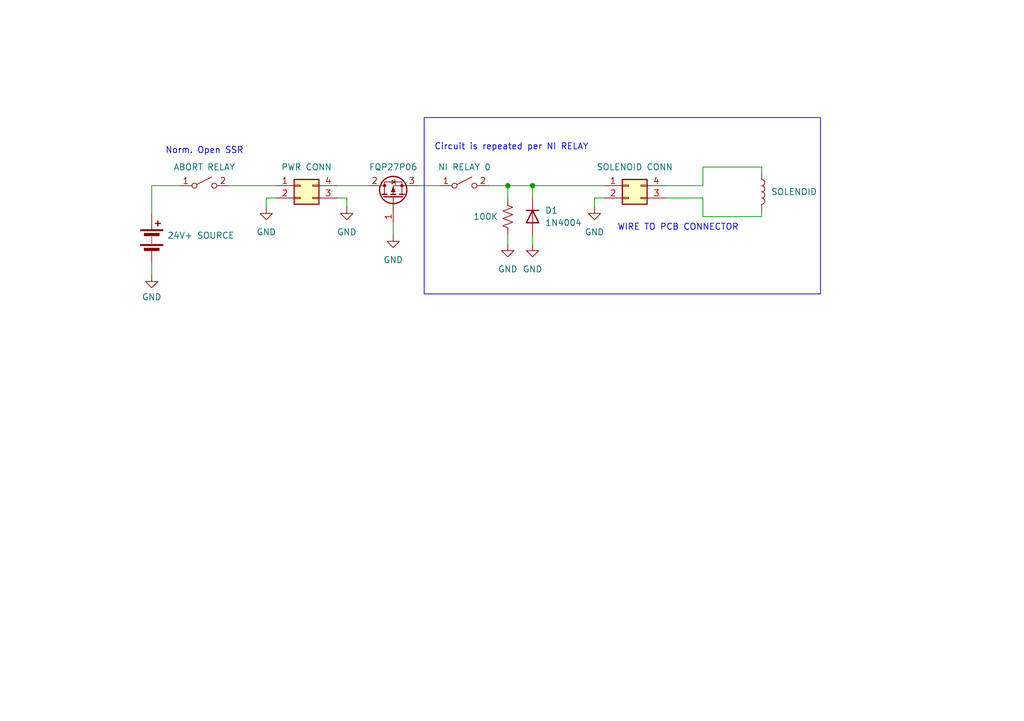
<source format=kicad_sch>
(kicad_sch (version 20250114) (generator "eeschema") (generator_version "9.0")
  (paper "A5")
  (lib_symbols
    (symbol "Connector_Generic:Conn_02x02_Counter_Clockwise" (pin_names (offset 1.016) (hide yes))
      (property "Reference" "J" (at 1.27 2.54 0))
      (property "Value" "Conn_02x02_Counter_Clockwise" (at 1.27 -5.08 0))
      (symbol "Conn_02x02_Counter_Clockwise_1_1"
        (rectangle (start -1.27 1.27) (end 3.81 -3.81) (stroke (width 0.254)) (fill (type background)))
        (rectangle (start -1.27 0.127) (end 0 -0.127) (stroke (width 0.1524)))
        (rectangle (start -1.27 -2.413) (end 0 -2.667) (stroke (width 0.1524)))
        (rectangle (start 3.81 0.127) (end 2.54 -0.127) (stroke (width 0.1524)))
        (rectangle (start 3.81 -2.413) (end 2.54 -2.667) (stroke (width 0.1524)))
        (pin passive line (at -5.08 0 0) (length 3.81) (name "Pin_1") (number "1"))
        (pin passive line (at -5.08 -2.54 0) (length 3.81) (name "Pin_2") (number "2"))
        (pin passive line (at 7.62 0 180) (length 3.81) (name "Pin_4") (number "4"))
        (pin passive line (at 7.62 -2.54 180) (length 3.81) (name "Pin_3") (number "3"))
      )
    )
    (symbol "Device:Battery" (pin_numbers (hide yes)) (pin_names (offset 0) (hide yes))
      (property "Reference" "BT" (at 2.54 2.54 0))
      (property "Value" "Battery" (at 2.54 0 0))
      (symbol "Battery_0_1"
        (rectangle (start -2.286 1.778) (end 2.286 1.524) (fill (type outline)))
        (rectangle (start -2.286 -1.27) (end 2.286 -1.524) (fill (type outline)))
        (rectangle (start -1.524 1.016) (end 1.524 0.508) (fill (type outline)))
        (rectangle (start -1.524 -2.032) (end 1.524 -2.54) (fill (type outline)))
        (polyline (pts (xy 0 1.778) (xy 0 2.54)))
        (polyline (pts (xy 0 0) (xy 0 0.254)))
        (polyline (pts (xy 0 -0.508) (xy 0 -0.254)))
        (polyline (pts (xy 0 -1.016) (xy 0 -0.762)))
        (polyline (pts (xy 0.762 3.048) (xy 1.778 3.048)) (stroke (width 0.254)))
        (polyline (pts (xy 1.27 3.556) (xy 1.27 2.54)) (stroke (width 0.254)))
      )
      (symbol "Battery_1_1"
        (pin passive line (at 0 5.08 270) (length 2.54) (name "+") (number "1"))
        (pin passive line (at 0 -5.08 90) (length 2.54) (name "-") (number "2"))
      )
    )
    (symbol "Device:D" (pin_numbers (hide yes)) (pin_names (offset 1.016) (hide yes))
      (property "Reference" "D" (at 0 2.54 0))
      (property "Value" "D" (at 0 -2.54 0))
      (symbol "D_0_1"
        (polyline (pts (xy -1.27 1.27) (xy -1.27 -1.27)) (stroke (width 0.254)))
        (polyline (pts (xy 1.27 1.27) (xy 1.27 -1.27) (xy -1.27 0) (xy 1.27 1.27)) (stroke (width 0.254)))
        (polyline (pts (xy 1.27 0) (xy -1.27 0)))
      )
      (symbol "D_1_1"
        (pin passive line (at -3.81 0 0) (length 2.54) (name "K") (number "1"))
        (pin passive line (at 3.81 0 180) (length 2.54) (name "A") (number "2"))
      )
    )
    (symbol "Device:L" (pin_numbers (hide yes)) (pin_names (offset 1.016) (hide yes))
      (property "Reference" "L" (at -1.27 0 90))
      (property "Value" "L" (at 1.905 0 90))
      (symbol "L_0_1"
        (arc (start 0 2.54) (mid 0.6323 1.905) (end 0 1.27))
        (arc (start 0 1.27) (mid 0.6323 0.635) (end 0 0))
        (arc (start 0 0) (mid 0.6323 -0.635) (end 0 -1.27))
        (arc (start 0 -1.27) (mid 0.6323 -1.905) (end 0 -2.54))
      )
      (symbol "L_1_1"
        (pin passive line (at 0 3.81 270) (length 1.27) (name "1") (number "1"))
        (pin passive line (at 0 -3.81 90) (length 1.27) (name "2") (number "2"))
      )
    )
    (symbol "Device:R_US" (pin_numbers (hide yes)) (pin_names (offset 0))
      (property "Reference" "R" (at 2.54 0 90))
      (property "Value" "R_US" (at -2.54 0 90))
      (symbol "R_US_0_1"
        (polyline (pts (xy 0 2.286) (xy 0 2.54)))
        (polyline (pts (xy 0 2.286) (xy 1.016 1.905) (xy 0 1.524) (xy -1.016 1.143) (xy 0 0.762)))
        (polyline (pts (xy 0 0.762) (xy 1.016 0.381) (xy 0 0) (xy -1.016 -0.381) (xy 0 -0.762)))
        (polyline (pts (xy 0 -0.762) (xy 1.016 -1.143) (xy 0 -1.524) (xy -1.016 -1.905) (xy 0 -2.286)))
        (polyline (pts (xy 0 -2.286) (xy 0 -2.54)))
      )
      (symbol "R_US_1_1"
        (pin passive line (at 0 3.81 270) (length 1.27) (name "~") (number "1"))
        (pin passive line (at 0 -3.81 90) (length 1.27) (name "~") (number "2"))
      )
    )
    (symbol "Switch:SW_SPST" (pin_names (offset 0) (hide yes))
      (property "Reference" "SW" (at 0 3.175 0))
      (property "Value" "SW_SPST" (at 0 -2.54 0))
      (symbol "SW_SPST_0_0"
        (circle (center -2.032 0) (radius 0.508))
        (polyline (pts (xy -1.524 0.254) (xy 1.524 1.778)))
        (circle (center 2.032 0) (radius 0.508))
      )
      (symbol "SW_SPST_1_1"
        (pin passive line (at -5.08 0 0) (length 2.54) (name "A") (number "1"))
        (pin passive line (at 5.08 0 180) (length 2.54) (name "B") (number "2"))
      )
    )
    (symbol "Transistor_FET:FQP27P06" (pin_names (hide yes))
      (property "Reference" "Q" (at 5.08 1.905 0))
      (property "Value" "FQP27P06" (at 5.08 0 0))
      (symbol "FQP27P06_0_1"
        (polyline (pts (xy 0.254 1.905) (xy 0.254 -1.905)) (stroke (width 0.254)))
        (polyline (pts (xy 0.254 0) (xy -2.54 0)))
        (polyline (pts (xy 0.762 2.286) (xy 0.762 1.27)) (stroke (width 0.254)))
        (polyline (pts (xy 0.762 1.778) (xy 3.302 1.778) (xy 3.302 -1.778) (xy 0.762 -1.778)))
        (polyline (pts (xy 0.762 0.508) (xy 0.762 -0.508)) (stroke (width 0.254)))
        (polyline (pts (xy 0.762 -1.27) (xy 0.762 -2.286)) (stroke (width 0.254)))
        (circle (center 1.651 0) (radius 2.794) (stroke (width 0.254)))
        (polyline (pts (xy 2.286 0) (xy 1.27 0.381) (xy 1.27 -0.381) (xy 2.286 0)) (fill (type outline)))
        (polyline (pts (xy 2.54 2.54) (xy 2.54 1.778)))
        (circle (center 2.54 1.778) (radius 0.254) (fill (type outline)))
        (circle (center 2.54 -1.778) (radius 0.254) (fill (type outline)))
        (polyline (pts (xy 2.54 -2.54) (xy 2.54 0) (xy 0.762 0)))
        (polyline (pts (xy 2.794 -0.508) (xy 2.921 -0.381) (xy 3.683 -0.381) (xy 3.81 -0.254)))
        (polyline (pts (xy 3.302 -0.381) (xy 2.921 0.254) (xy 3.683 0.254) (xy 3.302 -0.381)))
      )
      (symbol "FQP27P06_1_1"
        (pin input line (at -5.08 0 0) (length 2.54) (name "G") (number "1"))
        (pin passive line (at 2.54 5.08 270) (length 2.54) (name "D") (number "2"))
        (pin passive line (at 2.54 -5.08 90) (length 2.54) (name "S") (number "3"))
      )
    )
    (symbol "power:GND" (power) (pin_numbers (hide yes)) (pin_names (offset 0) (hide yes))
      (property "Value" "GND" (at 0 -3.81 0))
      (symbol "GND_0_1"
        (polyline (pts (xy 0 0) (xy 0 -1.27) (xy 1.27 -1.27) (xy 0 -2.54) (xy -1.27 -1.27) (xy 0 -1.27)))
      )
      (symbol "GND_1_1"
        (pin power_in line (at 0 0 270) (length 0) (name "~") (number "1"))
      )
    )
  )
  (rectangle (start 86.995 24.13) (end 168.275 60.325))
  (text "WIRE TO PCB CONNECTOR" (at 139.065 46.736 0) (effects (font (size 1.27 1.27))))
  (text "Circuit is repeated per NI RELAY" (at 104.902 30.226 0) (effects (font (size 1.27 1.27))))
  (text "Norm. Open SSR " (at 42.418 30.988 0) (effects (font (size 1.27 1.27))))
  (junction (at 109.22 38.1))
  (junction (at 104.14 38.1))
  (wire (pts (xy 156.21 44.45) (xy 156.21 43.18)))
  (wire (pts (xy 31.115 53.975) (xy 31.115 56.515)))
  (wire (pts (xy 54.61 40.64) (xy 56.515 40.64)))
  (wire (pts (xy 121.92 40.64) (xy 123.825 40.64)))
  (wire (pts (xy 80.645 48.26) (xy 80.645 45.72)))
  (wire (pts (xy 109.22 38.1) (xy 123.825 38.1)))
  (wire (pts (xy 104.14 38.1) (xy 109.22 38.1)))
  (wire (pts (xy 71.12 42.545) (xy 71.12 40.64)))
  (wire (pts (xy 109.22 50.165) (xy 109.22 48.26)))
  (wire (pts (xy 100.33 38.1) (xy 104.14 38.1)))
  (wire (pts (xy 144.145 40.64) (xy 144.145 44.45)))
  (wire (pts (xy 136.525 40.64) (xy 144.145 40.64)))
  (wire (pts (xy 109.22 40.64) (xy 109.22 38.1)))
  (wire (pts (xy 144.145 38.1) (xy 144.145 34.29)))
  (wire (pts (xy 54.61 42.545) (xy 54.61 40.64)))
  (wire (pts (xy 31.115 43.815) (xy 31.115 38.1)))
  (wire (pts (xy 104.14 50.165) (xy 104.14 48.26)))
  (wire (pts (xy 31.115 38.1) (xy 36.83 38.1)))
  (wire (pts (xy 136.525 38.1) (xy 144.145 38.1)))
  (wire (pts (xy 75.565 38.1) (xy 69.215 38.1)))
  (wire (pts (xy 144.145 44.45) (xy 156.21 44.45)))
  (wire (pts (xy 71.12 40.64) (xy 69.215 40.64)))
  (wire (pts (xy 144.145 34.29) (xy 156.21 34.29)))
  (wire (pts (xy 46.99 38.1) (xy 56.515 38.1)))
  (wire (pts (xy 104.14 38.1) (xy 104.14 40.64)))
  (wire (pts (xy 121.92 42.545) (xy 121.92 40.64)))
  (wire (pts (xy 156.21 34.29) (xy 156.21 35.56)))
  (wire (pts (xy 85.725 38.1) (xy 90.17 38.1)))
  (symbol (lib_id "power:GND") (at 109.22 50.165 0) (mirror y) (unit 1)
    (property "Reference" "#PWR06" (effects (hide yes)))
    (property "Value" "GND" (at 109.22 55.245 0))
    (property "Description" "Power symbol creates a global label with name \"GND\" , ground" (effects (hide yes)))
  )
  (symbol (lib_id "Device:L") (at 156.21 39.37 0) (unit 1)
    (property "Reference" "L1" (effects (hide yes)))
    (property "Value" "SOLENOID" (at 158.115 39.3699 0) (effects (justify left)))
    (property "Description" "Inductor" (effects (hide yes)))
  )
  (symbol (lib_id "Connector_Generic:Conn_02x02_Counter_Clockwise") (at 61.595 38.1 0) (unit 1)
    (property "Reference" "J1" (effects (hide yes)))
    (property "Value" "PWR CONN" (at 62.865 34.29 0))
    (property "Description" "Generic connector, double row, 02x02, counter clockwise pin numbering scheme (similar to DIP package numbering), script generated (kicad-library-utils/schlib/autogen/connector/)" (effects (hide yes)))
  )
  (symbol (lib_id "Device:R_US") (at 104.14 44.45 0) (unit 1)
    (property "Reference" "R1" (effects (hide yes)))
    (property "Value" "100K" (at 97.028 44.45 0) (effects (justify left)))
    (property "Description" "Resistor, US symbol" (effects (hide yes)))
  )
  (symbol (lib_id "Connector_Generic:Conn_02x02_Counter_Clockwise") (at 128.905 38.1 0) (unit 1)
    (property "Reference" "J2" (effects (hide yes)))
    (property "Value" "SOLENOID CONN" (at 130.175 34.29 0))
    (property "Description" "Generic connector, double row, 02x02, counter clockwise pin numbering scheme (similar to DIP package numbering), script generated (kicad-library-utils/schlib/autogen/connector/)" (effects (hide yes)))
  )
  (symbol (lib_id "power:GND") (at 71.12 42.545 0) (mirror y) (unit 1)
    (property "Reference" "#PWR04" (effects (hide yes)))
    (property "Value" "GND" (at 71.12 47.625 0))
    (property "Description" "Power symbol creates a global label with name \"GND\" , ground" (effects (hide yes)))
  )
  (symbol (lib_id "Device:Battery") (at 31.115 48.895 0) (unit 1)
    (property "Reference" "BT1" (effects (hide yes)))
    (property "Value" "24V+ SOURCE" (at 34.29 48.3234 0) (effects (justify left)))
    (property "Description" "Multiple-cell battery" (effects (hide yes)))
  )
  (symbol (lib_id "power:GND") (at 80.645 48.26 0) (mirror y) (unit 1)
    (property "Reference" "#PWR03" (effects (hide yes)))
    (property "Value" "GND" (at 80.645 53.34 0))
    (property "Description" "Power symbol creates a global label with name \"GND\" , ground" (effects (hide yes)))
  )
  (symbol (lib_id "Switch:SW_SPST") (at 95.25 38.1 0) (unit 1)
    (property "Reference" "SW2" (effects (hide yes)))
    (property "Value" "NI RELAY 0" (at 95.25 34.29 0))
    (property "Description" "Single Pole Single Throw (SPST) switch" (effects (hide yes)))
  )
  (symbol (lib_id "power:GND") (at 104.14 50.165 0) (mirror y) (unit 1)
    (property "Reference" "#PWR05" (effects (hide yes)))
    (property "Value" "GND" (at 104.14 55.245 0))
    (property "Description" "Power symbol creates a global label with name \"GND\" , ground" (effects (hide yes)))
  )
  (symbol (lib_id "Switch:SW_SPST") (at 41.91 38.1 0) (unit 1)
    (property "Reference" "SW1" (effects (hide yes)))
    (property "Value" "ABORT RELAY" (at 41.91 34.29 0))
    (property "Description" "Single Pole Single Throw (SPST) switch" (effects (hide yes)))
  )
  (symbol (lib_id "power:GND") (at 54.61 42.545 0) (unit 1)
    (property "Reference" "#PWR02" (effects (hide yes)))
    (property "Value" "GND" (at 54.61 47.625 0))
    (property "Description" "Power symbol creates a global label with name \"GND\" , ground" (effects (hide yes)))
  )
  (symbol (lib_id "power:GND") (at 121.92 42.545 0) (unit 1)
    (property "Reference" "#PWR07" (effects (hide yes)))
    (property "Value" "GND" (at 121.92 47.625 0))
    (property "Description" "Power symbol creates a global label with name \"GND\" , ground" (effects (hide yes)))
  )
  (symbol (lib_id "power:GND") (at 31.115 56.515 0) (unit 1)
    (property "Reference" "#PWR01" (effects (hide yes)))
    (property "Value" "GND" (at 31.115 60.96 0))
    (property "Description" "Power symbol creates a global label with name \"GND\" , ground" (effects (hide yes)))
  )
  (symbol (lib_id "Device:D") (at 109.22 44.45 270) (unit 1)
    (property "Reference" "D1" (at 111.76 43.1799 90) (effects (justify left)))
    (property "Value" "1N4004" (at 111.76 45.7199 90) (effects (justify left)))
    (property "Description" "Diode" (effects (hide yes)))
    (property "Sim.Device" "D" (effects (hide yes)))
    (property "Sim.Pins" "1=K 2=A" (effects (hide yes)))
  )
  (symbol (lib_id "Transistor_FET:FQP27P06") (at 80.645 40.64 90) (unit 1)
    (property "Reference" "Q1" (effects (hide yes)))
    (property "Value" "FQP27P06" (at 80.645 34.29 90))
    (property "Footprint" "Package_TO_SOT_THT:TO-220-3_Horizontal_TabDown" (effects (hide yes)))
    (property "Datasheet" "https://www.onsemi.com/pub/Collateral/FQP27P06-D.PDF" (effects (hide yes)))
    (property "Description" "-27A Id, -60V Vds, QFET P-Channel MOSFET, TO-220" (effects (hide yes)))
  )
)
</source>
